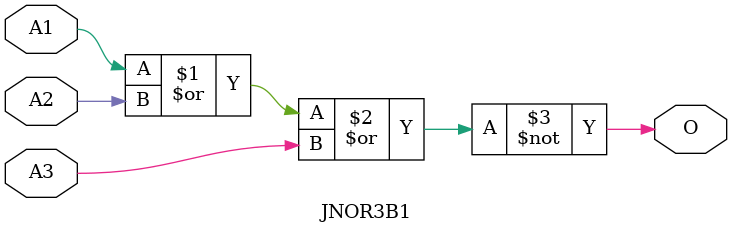
<source format=v>
module JNOR3B1(A1, A2, A3, O);
input   A1;
input   A2;
input   A3;
output  O;
nor g0(O, A1, A2, A3);
endmodule
</source>
